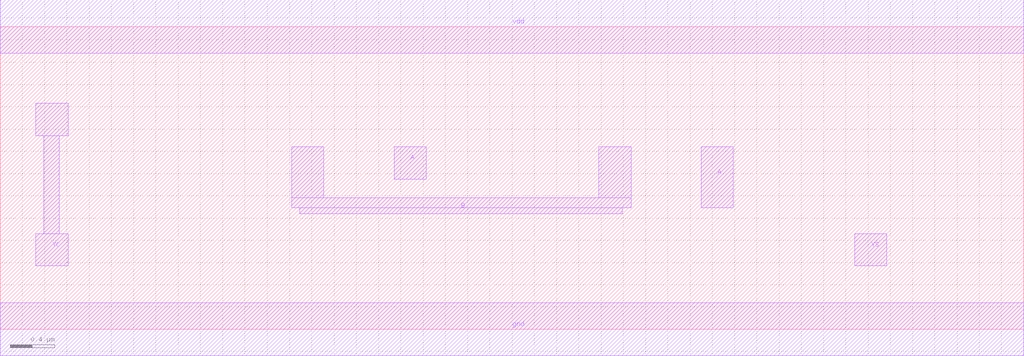
<source format=lef>
VERSION 5.7 ;
  NOWIREEXTENSIONATPIN ON ;
  DIVIDERCHAR "/" ;
  BUSBITCHARS "[]" ;
MACRO HAX1
  CLASS CORE ;
  FOREIGN HAX1 ;
  ORIGIN 0.000 0.000 ;
  SIZE 9.200 BY 2.720 ;
  SYMMETRY X Y R90 ;
  SITE unithd ;
  PIN vdd
    DIRECTION INOUT ;
    USE POWER ;
    SHAPE ABUTMENT ;
    PORT
      LAYER met2 ;
        RECT 0.000 2.480 9.200 2.960 ;
    END
  END vdd
  PIN gnd
    DIRECTION INOUT ;
    USE GROUND ;
    SHAPE ABUTMENT ;
    PORT
      LAYER met2 ;
        RECT 0.000 -0.240 9.200 0.240 ;
    END
  END gnd
  PIN YC
    DIRECTION INOUT ;
    USE SIGNAL ;
    SHAPE ABUTMENT ;
    PORT
      LAYER met2 ;
        RECT 0.320 1.740 0.610 2.030 ;
        RECT 0.390 0.860 0.530 1.740 ;
        RECT 0.320 0.570 0.610 0.860 ;
    END
  END YC
  PIN YS
    DIRECTION INOUT ;
    USE SIGNAL ;
    SHAPE ABUTMENT ;
    PORT
      LAYER met2 ;
        RECT 7.680 0.570 7.970 0.860 ;
    END
  END YS
  PIN B
    DIRECTION INOUT ;
    USE SIGNAL ;
    SHAPE ABUTMENT ;
    PORT
      LAYER met2 ;
        RECT 2.620 1.180 2.910 1.640 ;
        RECT 5.380 1.180 5.670 1.640 ;
        RECT 2.620 1.090 5.670 1.180 ;
        RECT 2.690 1.040 5.590 1.090 ;
    END
  END B
  PIN A
    DIRECTION INOUT ;
    USE SIGNAL ;
    SHAPE ABUTMENT ;
    PORT
      LAYER met2 ;
        RECT 6.300 1.090 6.590 1.640 ;
    END
    PORT
      LAYER met2 ;
        RECT 3.540 1.350 3.830 1.640 ;
    END
  END A
END HAX1
END LIBRARY


</source>
